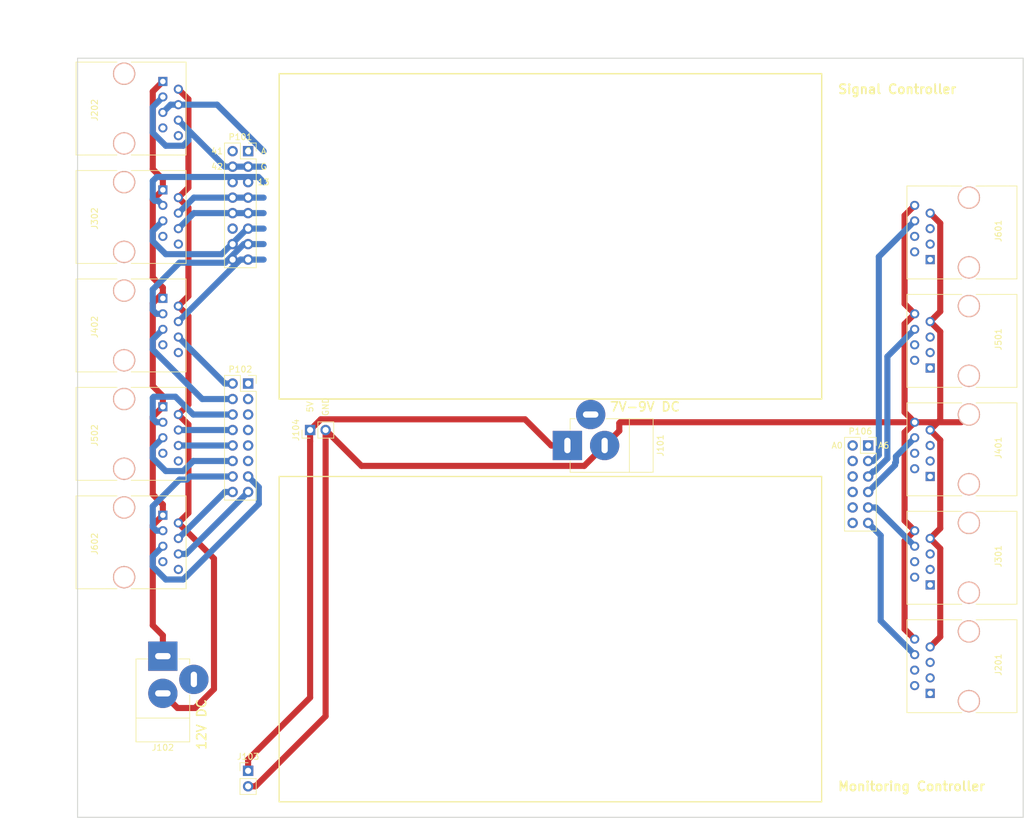
<source format=kicad_pcb>
(kicad_pcb (version 4) (host pcbnew 4.0.7)

  (general
    (links 48)
    (no_connects 5)
    (area 43.104999 20.244999 198.195001 144.855001)
    (thickness 1.6)
    (drawings 20)
    (tracks 199)
    (zones 0)
    (modules 17)
    (nets 29)
  )

  (page A4)
  (layers
    (0 F.Cu signal)
    (31 B.Cu signal)
    (32 B.Adhes user)
    (33 F.Adhes user)
    (34 B.Paste user)
    (35 F.Paste user)
    (36 B.SilkS user)
    (37 F.SilkS user)
    (38 B.Mask user)
    (39 F.Mask user)
    (40 Dwgs.User user)
    (41 Cmts.User user)
    (42 Eco1.User user)
    (43 Eco2.User user)
    (44 Edge.Cuts user)
    (45 Margin user)
    (46 B.CrtYd user)
    (47 F.CrtYd user)
    (48 B.Fab user)
    (49 F.Fab user)
  )

  (setup
    (last_trace_width 1)
    (trace_clearance 0.4)
    (zone_clearance 0.508)
    (zone_45_only no)
    (trace_min 0.2)
    (segment_width 0.2)
    (edge_width 0.15)
    (via_size 1.5)
    (via_drill 0.8)
    (via_min_size 0.4)
    (via_min_drill 0.3)
    (uvia_size 0.3)
    (uvia_drill 0.1)
    (uvias_allowed no)
    (uvia_min_size 0.2)
    (uvia_min_drill 0.1)
    (pcb_text_width 0.3)
    (pcb_text_size 1.5 1.5)
    (mod_edge_width 0.15)
    (mod_text_size 1 1)
    (mod_text_width 0.15)
    (pad_size 1.524 1.524)
    (pad_drill 0.762)
    (pad_to_mask_clearance 0.2)
    (aux_axis_origin 0 0)
    (visible_elements 7FFFEFFF)
    (pcbplotparams
      (layerselection 0x00030_80000001)
      (usegerberextensions false)
      (excludeedgelayer true)
      (linewidth 0.100000)
      (plotframeref false)
      (viasonmask false)
      (mode 1)
      (useauxorigin false)
      (hpglpennumber 1)
      (hpglpenspeed 20)
      (hpglpendiameter 15)
      (hpglpenoverlay 2)
      (psnegative false)
      (psa4output false)
      (plotreference true)
      (plotvalue true)
      (plotinvisibletext false)
      (padsonsilk false)
      (subtractmaskfromsilk false)
      (outputformat 1)
      (mirror false)
      (drillshape 1)
      (scaleselection 1)
      (outputdirectory ""))
  )

  (net 0 "")
  (net 1 ARD_TEMP_HB)
  (net 2 ARD_PWM_1)
  (net 3 ARD_PWM_3)
  (net 4 ARD_PWM_2)
  (net 5 ARD_PWM_4)
  (net 6 ARD_TEMP_A)
  (net 7 ARD_5V)
  (net 8 ARD_GND)
  (net 9 DC_IN)
  (net 10 DC_GND)
  (net 11 ARD_PWM_5)
  (net 12 ARD_PWM_6)
  (net 13 ARD_PWM_7)
  (net 14 ARD_PWM_8)
  (net 15 ARD_HBRIDGE_A)
  (net 16 ARD_HBRIDGE_B)
  (net 17 ARD_PWM_9)
  (net 18 ARD_PWM_10)
  (net 19 ARD_PWM_11)
  (net 20 ARD_PWM_12)
  (net 21 ARD_PWM_13)
  (net 22 ARD_PWM_14)
  (net 23 ARD_PWM_15)
  (net 24 ARD_PWM_16)
  (net 25 "Net-(J101-Pad1)")
  (net 26 ARD_TEMP_D)
  (net 27 ARD_TEMP_C)
  (net 28 ARD_TEMP_B)

  (net_class Default "This is the default net class."
    (clearance 0.4)
    (trace_width 1)
    (via_dia 1.5)
    (via_drill 0.8)
    (uvia_dia 0.3)
    (uvia_drill 0.1)
    (add_net ARD_5V)
    (add_net ARD_GND)
    (add_net ARD_HBRIDGE_A)
    (add_net ARD_HBRIDGE_B)
    (add_net ARD_PWM_1)
    (add_net ARD_PWM_10)
    (add_net ARD_PWM_11)
    (add_net ARD_PWM_12)
    (add_net ARD_PWM_13)
    (add_net ARD_PWM_14)
    (add_net ARD_PWM_15)
    (add_net ARD_PWM_16)
    (add_net ARD_PWM_2)
    (add_net ARD_PWM_3)
    (add_net ARD_PWM_4)
    (add_net ARD_PWM_5)
    (add_net ARD_PWM_6)
    (add_net ARD_PWM_7)
    (add_net ARD_PWM_8)
    (add_net ARD_PWM_9)
    (add_net ARD_TEMP_A)
    (add_net ARD_TEMP_B)
    (add_net ARD_TEMP_C)
    (add_net ARD_TEMP_D)
    (add_net ARD_TEMP_HB)
    (add_net DC_GND)
    (add_net DC_IN)
    (add_net "Net-(J101-Pad1)")
  )

  (module Connectors:JACK_ALIM (layer F.Cu) (tedit 5A2FD67E) (tstamp 5A300BFA)
    (at 123.44 83.82 180)
    (descr "module 1 pin (ou trou mecanique de percage)")
    (tags "CONN JACK")
    (path /5A3106C2)
    (fp_text reference J101 (at -15.24 0 270) (layer F.SilkS)
      (effects (font (size 1 1) (thickness 0.15)))
    )
    (fp_text value "7V-9V DC" (at -12.7 6.35 180) (layer F.SilkS)
      (effects (font (size 1.5 1.5) (thickness 0.25)))
    )
    (fp_line (start -10.15 -4.4) (end -10.15 4.4) (layer F.SilkS) (width 0.12))
    (fp_line (start -6.35 4.4) (end -14.05 4.4) (layer F.SilkS) (width 0.12))
    (fp_line (start -14.05 4.4) (end -14.05 -4.4) (layer F.SilkS) (width 0.12))
    (fp_line (start -14.05 -4.4) (end -13.85 -4.4) (layer F.SilkS) (width 0.12))
    (fp_line (start -0.45 2.55) (end -0.45 4.4) (layer F.SilkS) (width 0.12))
    (fp_line (start -0.45 4.4) (end -1.3 4.4) (layer F.SilkS) (width 0.12))
    (fp_line (start -13.95 -4.4) (end -0.45 -4.4) (layer F.SilkS) (width 0.12))
    (fp_line (start -0.45 -4.4) (end -0.45 -2.55) (layer F.SilkS) (width 0.12))
    (fp_line (start -13.21 -4.32) (end -13.97 -4.32) (layer F.Fab) (width 0.1))
    (fp_line (start -13.97 -4.32) (end -13.97 4.32) (layer F.Fab) (width 0.1))
    (fp_line (start -13.97 4.32) (end -13.21 4.32) (layer F.Fab) (width 0.1))
    (fp_line (start -10.16 -4.32) (end -10.16 4.32) (layer F.Fab) (width 0.1))
    (fp_line (start -0.51 -4.32) (end -0.51 4.32) (layer F.Fab) (width 0.1))
    (fp_line (start -13.21 4.32) (end -0.51 4.32) (layer F.Fab) (width 0.1))
    (fp_line (start -13.21 -4.32) (end -0.51 -4.32) (layer F.Fab) (width 0.1))
    (fp_line (start -14.22 -4.57) (end 2.65 -4.57) (layer F.CrtYd) (width 0.05))
    (fp_line (start -14.22 -4.57) (end -14.22 7.73) (layer F.CrtYd) (width 0.05))
    (fp_line (start 2.65 7.73) (end 2.65 -4.57) (layer F.CrtYd) (width 0.05))
    (fp_line (start 2.65 7.73) (end -14.22 7.73) (layer F.CrtYd) (width 0.05))
    (pad 2 thru_hole circle (at -6.1 0 180) (size 4.8 4.8) (drill oval 1.02 2.54) (layers *.Cu *.Mask)
      (net 8 ARD_GND))
    (pad 1 thru_hole rect (at 0 0 180) (size 4.8 4.8) (drill oval 1.02 2.54) (layers *.Cu *.Mask)
      (net 25 "Net-(J101-Pad1)"))
    (pad 3 thru_hole circle (at -3.81 5.08 180) (size 4.8 4.8) (drill oval 2.54 1.02) (layers *.Cu *.Mask))
    (model ${KISYS3DMOD}/Connectors.3dshapes/JACK_ALIM.wrl
      (at (xyz -0.24 0 0))
      (scale (xyz 0.8 0.8 0.8))
      (rotate (xyz 0 0 0))
    )
  )

  (module Connectors:JACK_ALIM (layer F.Cu) (tedit 5A2FD66C) (tstamp 5A300C2C)
    (at 57.15 118.36 90)
    (descr "module 1 pin (ou trou mecanique de percage)")
    (tags "CONN JACK")
    (path /5A3109C7)
    (fp_text reference J102 (at -14.99 0 180) (layer F.SilkS)
      (effects (font (size 1 1) (thickness 0.15)))
    )
    (fp_text value "12V DC" (at -11.18 6.35 90) (layer F.SilkS)
      (effects (font (size 1.5 1.5) (thickness 0.25)))
    )
    (fp_line (start -10.15 -4.4) (end -10.15 4.4) (layer F.SilkS) (width 0.12))
    (fp_line (start -6.35 4.4) (end -14.05 4.4) (layer F.SilkS) (width 0.12))
    (fp_line (start -14.05 4.4) (end -14.05 -4.4) (layer F.SilkS) (width 0.12))
    (fp_line (start -14.05 -4.4) (end -13.85 -4.4) (layer F.SilkS) (width 0.12))
    (fp_line (start -0.45 2.55) (end -0.45 4.4) (layer F.SilkS) (width 0.12))
    (fp_line (start -0.45 4.4) (end -1.3 4.4) (layer F.SilkS) (width 0.12))
    (fp_line (start -13.95 -4.4) (end -0.45 -4.4) (layer F.SilkS) (width 0.12))
    (fp_line (start -0.45 -4.4) (end -0.45 -2.55) (layer F.SilkS) (width 0.12))
    (fp_line (start -13.21 -4.32) (end -13.97 -4.32) (layer F.Fab) (width 0.1))
    (fp_line (start -13.97 -4.32) (end -13.97 4.32) (layer F.Fab) (width 0.1))
    (fp_line (start -13.97 4.32) (end -13.21 4.32) (layer F.Fab) (width 0.1))
    (fp_line (start -10.16 -4.32) (end -10.16 4.32) (layer F.Fab) (width 0.1))
    (fp_line (start -0.51 -4.32) (end -0.51 4.32) (layer F.Fab) (width 0.1))
    (fp_line (start -13.21 4.32) (end -0.51 4.32) (layer F.Fab) (width 0.1))
    (fp_line (start -13.21 -4.32) (end -0.51 -4.32) (layer F.Fab) (width 0.1))
    (fp_line (start -14.22 -4.57) (end 2.65 -4.57) (layer F.CrtYd) (width 0.05))
    (fp_line (start -14.22 -4.57) (end -14.22 7.73) (layer F.CrtYd) (width 0.05))
    (fp_line (start 2.65 7.73) (end 2.65 -4.57) (layer F.CrtYd) (width 0.05))
    (fp_line (start 2.65 7.73) (end -14.22 7.73) (layer F.CrtYd) (width 0.05))
    (pad 2 thru_hole circle (at -6.1 0 90) (size 4.8 4.8) (drill oval 1.02 2.54) (layers *.Cu *.Mask)
      (net 10 DC_GND))
    (pad 1 thru_hole rect (at 0 0 90) (size 4.8 4.8) (drill oval 1.02 2.54) (layers *.Cu *.Mask)
      (net 9 DC_IN))
    (pad 3 thru_hole circle (at -3.81 5.08 90) (size 4.8 4.8) (drill oval 2.54 1.02) (layers *.Cu *.Mask))
    (model ${KISYS3DMOD}/Connectors.3dshapes/JACK_ALIM.wrl
      (at (xyz -0.24 0 0))
      (scale (xyz 0.8 0.8 0.8))
      (rotate (xyz 0 0 0))
    )
  )

  (module PartsLibraries:RJ45 (layer F.Cu) (tedit 59511D7C) (tstamp 5A2EB831)
    (at 182.88 88.9 90)
    (tags RJ45)
    (path /5A2F40AA/5A2E9F01)
    (fp_text reference J401 (at 4.7 11.18 90) (layer F.SilkS)
      (effects (font (size 1 1) (thickness 0.15)))
    )
    (fp_text value RJ45 (at 4.59 6.25 90) (layer F.Fab)
      (effects (font (size 1 1) (thickness 0.15)))
    )
    (fp_line (start -3.17 14.22) (end 12.07 14.22) (layer F.SilkS) (width 0.12))
    (fp_line (start 12.07 -3.81) (end 12.06 5.18) (layer F.SilkS) (width 0.12))
    (fp_line (start 12.07 -3.81) (end -3.17 -3.81) (layer F.SilkS) (width 0.12))
    (fp_line (start -3.17 -3.81) (end -3.17 5.19) (layer F.SilkS) (width 0.12))
    (fp_line (start 12.06 7.52) (end 12.07 14.22) (layer F.SilkS) (width 0.12))
    (fp_line (start -3.17 7.51) (end -3.17 14.22) (layer F.SilkS) (width 0.12))
    (fp_line (start -3.56 -4.06) (end 12.46 -4.06) (layer F.CrtYd) (width 0.05))
    (fp_line (start -3.56 -4.06) (end -3.56 14.47) (layer F.CrtYd) (width 0.05))
    (fp_line (start 12.46 14.47) (end 12.46 -4.06) (layer F.CrtYd) (width 0.05))
    (fp_line (start 12.46 14.47) (end -3.56 14.47) (layer F.CrtYd) (width 0.05))
    (pad "" np_thru_hole circle (at 10.16 6.35 90) (size 3.65 3.65) (drill 3.25) (layers *.Cu *.SilkS *.Mask))
    (pad "" np_thru_hole circle (at -1.27 6.35 90) (size 3.65 3.65) (drill 3.25) (layers *.Cu *.SilkS *.Mask))
    (pad 1 thru_hole rect (at 0 0 90) (size 1.5 1.5) (drill 0.9) (layers *.Cu *.Mask))
    (pad 2 thru_hole circle (at 1.27 -2.54 90) (size 1.5 1.5) (drill 0.9) (layers *.Cu *.Mask))
    (pad 3 thru_hole circle (at 2.54 0 90) (size 1.5 1.5) (drill 0.9) (layers *.Cu *.Mask))
    (pad 4 thru_hole circle (at 3.81 -2.54 90) (size 1.5 1.5) (drill 0.9) (layers *.Cu *.Mask))
    (pad 5 thru_hole circle (at 5.08 0 90) (size 1.5 1.5) (drill 0.9) (layers *.Cu *.Mask))
    (pad 6 thru_hole circle (at 6.35 -2.54 90) (size 1.5 1.5) (drill 0.9) (layers *.Cu *.Mask)
      (net 28 ARD_TEMP_B))
    (pad 7 thru_hole circle (at 7.62 0 90) (size 1.5 1.5) (drill 0.9) (layers *.Cu *.Mask)
      (net 7 ARD_5V))
    (pad 8 thru_hole circle (at 8.89 -2.54 90) (size 1.5 1.5) (drill 0.9) (layers *.Cu *.Mask)
      (net 8 ARD_GND))
    (model ../../../../../../Development/multilevelinverter/Hardware/3D/RJ45.wrl
      (at (xyz 0.175 -0.667 0.3))
      (scale (xyz 10 10 10))
      (rotate (xyz 270 0 0))
    )
  )

  (module Socket_Strips:Socket_Strip_Straight_2x08_Pitch2.54mm (layer F.Cu) (tedit 5A2EC927) (tstamp 5A2EB8CE)
    (at 71.12 35.56)
    (descr "Through hole straight socket strip, 2x08, 2.54mm pitch, double rows")
    (tags "Through hole socket strip THT 2x08 2.54mm double row")
    (path /599F28C2)
    (fp_text reference P101 (at -1.27 -2.33) (layer F.SilkS)
      (effects (font (size 1 1) (thickness 0.15)))
    )
    (fp_text value Digital (at -1.27 20.11) (layer F.Fab)
      (effects (font (size 1 1) (thickness 0.15)))
    )
    (fp_text user 42 (at -5.08 2.54) (layer F.SilkS)
      (effects (font (size 1 1) (thickness 0.15)))
    )
    (fp_text user 41 (at -5.08 0) (layer F.SilkS)
      (effects (font (size 1 1) (thickness 0.15)))
    )
    (fp_text user 13 (at 2.54 5.08) (layer F.SilkS)
      (effects (font (size 1 1) (thickness 0.15)))
    )
    (fp_text user G (at 2.54 2.54) (layer F.SilkS)
      (effects (font (size 1 1) (thickness 0.15)))
    )
    (fp_text user G (at 0 0) (layer F.SilkS)
      (effects (font (size 1 1) (thickness 0.15)))
    )
    (fp_text user A (at 2.54 0) (layer F.SilkS)
      (effects (font (size 1 1) (thickness 0.15)))
    )
    (fp_line (start -3.81 -1.27) (end -3.81 19.05) (layer F.Fab) (width 0.1))
    (fp_line (start -3.81 19.05) (end 1.27 19.05) (layer F.Fab) (width 0.1))
    (fp_line (start 1.27 19.05) (end 1.27 -1.27) (layer F.Fab) (width 0.1))
    (fp_line (start 1.27 -1.27) (end -3.81 -1.27) (layer F.Fab) (width 0.1))
    (fp_line (start 1.33 1.27) (end 1.33 19.11) (layer F.SilkS) (width 0.12))
    (fp_line (start 1.33 19.11) (end -3.87 19.11) (layer F.SilkS) (width 0.12))
    (fp_line (start -3.87 19.11) (end -3.87 -1.33) (layer F.SilkS) (width 0.12))
    (fp_line (start -3.87 -1.33) (end -1.27 -1.33) (layer F.SilkS) (width 0.12))
    (fp_line (start -1.27 -1.33) (end -1.27 1.27) (layer F.SilkS) (width 0.12))
    (fp_line (start -1.27 1.27) (end 1.33 1.27) (layer F.SilkS) (width 0.12))
    (fp_line (start 1.33 0) (end 1.33 -1.33) (layer F.SilkS) (width 0.12))
    (fp_line (start 1.33 -1.33) (end 0.06 -1.33) (layer F.SilkS) (width 0.12))
    (fp_line (start -4.35 -1.8) (end -4.35 19.55) (layer F.CrtYd) (width 0.05))
    (fp_line (start -4.35 19.55) (end 1.8 19.55) (layer F.CrtYd) (width 0.05))
    (fp_line (start 1.8 19.55) (end 1.8 -1.8) (layer F.CrtYd) (width 0.05))
    (fp_line (start 1.8 -1.8) (end -4.35 -1.8) (layer F.CrtYd) (width 0.05))
    (fp_text user %R (at -1.27 -2.33) (layer F.Fab)
      (effects (font (size 1 1) (thickness 0.15)))
    )
    (pad 1 thru_hole rect (at 0 0) (size 1.7 1.7) (drill 1) (layers *.Cu *.Mask))
    (pad 2 thru_hole oval (at -2.54 0) (size 1.7 1.7) (drill 1) (layers *.Cu *.Mask)
      (net 16 ARD_HBRIDGE_B))
    (pad 3 thru_hole oval (at 0 2.54) (size 1.7 1.7) (drill 1) (layers *.Cu *.Mask))
    (pad 4 thru_hole oval (at -2.54 2.54) (size 1.7 1.7) (drill 1) (layers *.Cu *.Mask)
      (net 15 ARD_HBRIDGE_A))
    (pad 5 thru_hole oval (at 0 5.08) (size 1.7 1.7) (drill 1) (layers *.Cu *.Mask))
    (pad 6 thru_hole oval (at -2.54 5.08) (size 1.7 1.7) (drill 1) (layers *.Cu *.Mask)
      (net 2 ARD_PWM_1))
    (pad 7 thru_hole oval (at 0 7.62) (size 1.7 1.7) (drill 1) (layers *.Cu *.Mask))
    (pad 8 thru_hole oval (at -2.54 7.62) (size 1.7 1.7) (drill 1) (layers *.Cu *.Mask)
      (net 4 ARD_PWM_2))
    (pad 9 thru_hole oval (at 0 10.16) (size 1.7 1.7) (drill 1) (layers *.Cu *.Mask))
    (pad 10 thru_hole oval (at -2.54 10.16) (size 1.7 1.7) (drill 1) (layers *.Cu *.Mask)
      (net 5 ARD_PWM_4))
    (pad 11 thru_hole oval (at 0 12.7) (size 1.7 1.7) (drill 1) (layers *.Cu *.Mask))
    (pad 12 thru_hole oval (at -2.54 12.7) (size 1.7 1.7) (drill 1) (layers *.Cu *.Mask)
      (net 3 ARD_PWM_3))
    (pad 13 thru_hole oval (at 0 15.24) (size 1.7 1.7) (drill 1) (layers *.Cu *.Mask))
    (pad 14 thru_hole oval (at -2.54 15.24) (size 1.7 1.7) (drill 1) (layers *.Cu *.Mask)
      (net 11 ARD_PWM_5))
    (pad 15 thru_hole oval (at 0 17.78) (size 1.7 1.7) (drill 1) (layers *.Cu *.Mask))
    (pad 16 thru_hole oval (at -2.54 17.78) (size 1.7 1.7) (drill 1) (layers *.Cu *.Mask)
      (net 12 ARD_PWM_6))
    (model ${KISYS3DMOD}/Socket_Strips.3dshapes/Socket_Strip_Straight_2x08_Pitch2.54mm.wrl
      (at (xyz -0.05 -0.35 0))
      (scale (xyz 1 1 1))
      (rotate (xyz 0 0 270))
    )
  )

  (module Socket_Strips:Socket_Strip_Straight_2x06_Pitch2.54mm (layer F.Cu) (tedit 5A2EC839) (tstamp 5A2EB97F)
    (at 172.72 83.82)
    (descr "Through hole straight socket strip, 2x06, 2.54mm pitch, double rows")
    (tags "Through hole socket strip THT 2x06 2.54mm double row")
    (path /599F771D)
    (fp_text reference P106 (at -1.27 -2.33) (layer F.SilkS)
      (effects (font (size 1 1) (thickness 0.15)))
    )
    (fp_text value Analog (at -1.27 15.03) (layer F.Fab)
      (effects (font (size 1 1) (thickness 0.15)))
    )
    (fp_text user A0 (at -5.08 0) (layer F.SilkS)
      (effects (font (size 1 1) (thickness 0.15)))
    )
    (fp_text user A6 (at 2.54 0) (layer F.SilkS)
      (effects (font (size 1 1) (thickness 0.15)))
    )
    (fp_line (start -3.81 -1.27) (end -3.81 13.97) (layer F.Fab) (width 0.1))
    (fp_line (start -3.81 13.97) (end 1.27 13.97) (layer F.Fab) (width 0.1))
    (fp_line (start 1.27 13.97) (end 1.27 -1.27) (layer F.Fab) (width 0.1))
    (fp_line (start 1.27 -1.27) (end -3.81 -1.27) (layer F.Fab) (width 0.1))
    (fp_line (start 1.33 1.27) (end 1.33 14.03) (layer F.SilkS) (width 0.12))
    (fp_line (start 1.33 14.03) (end -3.87 14.03) (layer F.SilkS) (width 0.12))
    (fp_line (start -3.87 14.03) (end -3.87 -1.33) (layer F.SilkS) (width 0.12))
    (fp_line (start -3.87 -1.33) (end -1.27 -1.33) (layer F.SilkS) (width 0.12))
    (fp_line (start -1.27 -1.33) (end -1.27 1.27) (layer F.SilkS) (width 0.12))
    (fp_line (start -1.27 1.27) (end 1.33 1.27) (layer F.SilkS) (width 0.12))
    (fp_line (start 1.33 0) (end 1.33 -1.33) (layer F.SilkS) (width 0.12))
    (fp_line (start 1.33 -1.33) (end 0.06 -1.33) (layer F.SilkS) (width 0.12))
    (fp_line (start -4.35 -1.8) (end -4.35 14.5) (layer F.CrtYd) (width 0.05))
    (fp_line (start -4.35 14.5) (end 1.8 14.5) (layer F.CrtYd) (width 0.05))
    (fp_line (start 1.8 14.5) (end 1.8 -1.8) (layer F.CrtYd) (width 0.05))
    (fp_line (start 1.8 -1.8) (end -4.35 -1.8) (layer F.CrtYd) (width 0.05))
    (fp_text user %R (at -1.27 -2.33) (layer F.Fab)
      (effects (font (size 1 1) (thickness 0.15)))
    )
    (pad 1 thru_hole rect (at 0 0) (size 1.7 1.7) (drill 1) (layers *.Cu *.Mask))
    (pad 2 thru_hole oval (at -2.54 0) (size 1.7 1.7) (drill 1) (layers *.Cu *.Mask))
    (pad 3 thru_hole oval (at 0 2.54) (size 1.7 1.7) (drill 1) (layers *.Cu *.Mask)
      (net 26 ARD_TEMP_D))
    (pad 4 thru_hole oval (at -2.54 2.54) (size 1.7 1.7) (drill 1) (layers *.Cu *.Mask))
    (pad 5 thru_hole oval (at 0 5.08) (size 1.7 1.7) (drill 1) (layers *.Cu *.Mask)
      (net 27 ARD_TEMP_C))
    (pad 6 thru_hole oval (at -2.54 5.08) (size 1.7 1.7) (drill 1) (layers *.Cu *.Mask))
    (pad 7 thru_hole oval (at 0 7.62) (size 1.7 1.7) (drill 1) (layers *.Cu *.Mask)
      (net 28 ARD_TEMP_B))
    (pad 8 thru_hole oval (at -2.54 7.62) (size 1.7 1.7) (drill 1) (layers *.Cu *.Mask))
    (pad 9 thru_hole oval (at 0 10.16) (size 1.7 1.7) (drill 1) (layers *.Cu *.Mask)
      (net 6 ARD_TEMP_A))
    (pad 10 thru_hole oval (at -2.54 10.16) (size 1.7 1.7) (drill 1) (layers *.Cu *.Mask))
    (pad 11 thru_hole oval (at 0 12.7) (size 1.7 1.7) (drill 1) (layers *.Cu *.Mask)
      (net 1 ARD_TEMP_HB))
    (pad 12 thru_hole oval (at -2.54 12.7) (size 1.7 1.7) (drill 1) (layers *.Cu *.Mask))
    (model ${KISYS3DMOD}/Socket_Strips.3dshapes/Socket_Strip_Straight_2x06_Pitch2.54mm.wrl
      (at (xyz -0.05 -0.25 0))
      (scale (xyz 1 1 1))
      (rotate (xyz 0 0 270))
    )
  )

  (module Socket_Strips:Socket_Strip_Straight_1x02_Pitch2.54mm (layer F.Cu) (tedit 5A2EC674) (tstamp 5A2EC676)
    (at 81.28 81.28 90)
    (descr "Through hole straight socket strip, 1x02, 2.54mm pitch, single row")
    (tags "Through hole socket strip THT 1x02 2.54mm single row")
    (path /599F9F17)
    (fp_text reference J104 (at 0 -2.33 90) (layer F.SilkS)
      (effects (font (size 1 1) (thickness 0.15)))
    )
    (fp_text value ARD_MONITOR (at 0 4.87 90) (layer F.Fab)
      (effects (font (size 1 1) (thickness 0.15)))
    )
    (fp_text user 5V (at 3.81 0 90) (layer F.SilkS)
      (effects (font (size 1 1) (thickness 0.15)))
    )
    (fp_text user GND (at 3.81 2.54 90) (layer F.SilkS)
      (effects (font (size 1 1) (thickness 0.15)))
    )
    (fp_line (start -1.27 -1.27) (end -1.27 3.81) (layer F.Fab) (width 0.1))
    (fp_line (start -1.27 3.81) (end 1.27 3.81) (layer F.Fab) (width 0.1))
    (fp_line (start 1.27 3.81) (end 1.27 -1.27) (layer F.Fab) (width 0.1))
    (fp_line (start 1.27 -1.27) (end -1.27 -1.27) (layer F.Fab) (width 0.1))
    (fp_line (start -1.33 1.27) (end -1.33 3.87) (layer F.SilkS) (width 0.12))
    (fp_line (start -1.33 3.87) (end 1.33 3.87) (layer F.SilkS) (width 0.12))
    (fp_line (start 1.33 3.87) (end 1.33 1.27) (layer F.SilkS) (width 0.12))
    (fp_line (start 1.33 1.27) (end -1.33 1.27) (layer F.SilkS) (width 0.12))
    (fp_line (start -1.33 0) (end -1.33 -1.33) (layer F.SilkS) (width 0.12))
    (fp_line (start -1.33 -1.33) (end 0 -1.33) (layer F.SilkS) (width 0.12))
    (fp_line (start -1.8 -1.8) (end -1.8 4.35) (layer F.CrtYd) (width 0.05))
    (fp_line (start -1.8 4.35) (end 1.8 4.35) (layer F.CrtYd) (width 0.05))
    (fp_line (start 1.8 4.35) (end 1.8 -1.8) (layer F.CrtYd) (width 0.05))
    (fp_line (start 1.8 -1.8) (end -1.8 -1.8) (layer F.CrtYd) (width 0.05))
    (fp_text user %R (at 0 -2.33 90) (layer F.Fab)
      (effects (font (size 1 1) (thickness 0.15)))
    )
    (pad 1 thru_hole rect (at 0 0 90) (size 1.7 1.7) (drill 1) (layers *.Cu *.Mask)
      (net 25 "Net-(J101-Pad1)"))
    (pad 2 thru_hole oval (at 0 2.54 90) (size 1.7 1.7) (drill 1) (layers *.Cu *.Mask)
      (net 8 ARD_GND))
    (model ${KISYS3DMOD}/Socket_Strips.3dshapes/Socket_Strip_Straight_1x02_Pitch2.54mm.wrl
      (at (xyz 0 -0.05 0))
      (scale (xyz 1 1 1))
      (rotate (xyz 0 0 270))
    )
  )

  (module PartsLibraries:RJ45 (layer F.Cu) (tedit 59511D7C) (tstamp 5A2EB7D1)
    (at 182.88 124.46 90)
    (tags RJ45)
    (path /5A2F1991/5A2E9F01)
    (fp_text reference J201 (at 4.7 11.18 90) (layer F.SilkS)
      (effects (font (size 1 1) (thickness 0.15)))
    )
    (fp_text value RJ45 (at 4.59 6.25 90) (layer F.Fab)
      (effects (font (size 1 1) (thickness 0.15)))
    )
    (fp_line (start -3.17 14.22) (end 12.07 14.22) (layer F.SilkS) (width 0.12))
    (fp_line (start 12.07 -3.81) (end 12.06 5.18) (layer F.SilkS) (width 0.12))
    (fp_line (start 12.07 -3.81) (end -3.17 -3.81) (layer F.SilkS) (width 0.12))
    (fp_line (start -3.17 -3.81) (end -3.17 5.19) (layer F.SilkS) (width 0.12))
    (fp_line (start 12.06 7.52) (end 12.07 14.22) (layer F.SilkS) (width 0.12))
    (fp_line (start -3.17 7.51) (end -3.17 14.22) (layer F.SilkS) (width 0.12))
    (fp_line (start -3.56 -4.06) (end 12.46 -4.06) (layer F.CrtYd) (width 0.05))
    (fp_line (start -3.56 -4.06) (end -3.56 14.47) (layer F.CrtYd) (width 0.05))
    (fp_line (start 12.46 14.47) (end 12.46 -4.06) (layer F.CrtYd) (width 0.05))
    (fp_line (start 12.46 14.47) (end -3.56 14.47) (layer F.CrtYd) (width 0.05))
    (pad "" np_thru_hole circle (at 10.16 6.35 90) (size 3.65 3.65) (drill 3.25) (layers *.Cu *.SilkS *.Mask))
    (pad "" np_thru_hole circle (at -1.27 6.35 90) (size 3.65 3.65) (drill 3.25) (layers *.Cu *.SilkS *.Mask))
    (pad 1 thru_hole rect (at 0 0 90) (size 1.5 1.5) (drill 0.9) (layers *.Cu *.Mask))
    (pad 2 thru_hole circle (at 1.27 -2.54 90) (size 1.5 1.5) (drill 0.9) (layers *.Cu *.Mask))
    (pad 3 thru_hole circle (at 2.54 0 90) (size 1.5 1.5) (drill 0.9) (layers *.Cu *.Mask))
    (pad 4 thru_hole circle (at 3.81 -2.54 90) (size 1.5 1.5) (drill 0.9) (layers *.Cu *.Mask))
    (pad 5 thru_hole circle (at 5.08 0 90) (size 1.5 1.5) (drill 0.9) (layers *.Cu *.Mask))
    (pad 6 thru_hole circle (at 6.35 -2.54 90) (size 1.5 1.5) (drill 0.9) (layers *.Cu *.Mask)
      (net 1 ARD_TEMP_HB))
    (pad 7 thru_hole circle (at 7.62 0 90) (size 1.5 1.5) (drill 0.9) (layers *.Cu *.Mask)
      (net 7 ARD_5V))
    (pad 8 thru_hole circle (at 8.89 -2.54 90) (size 1.5 1.5) (drill 0.9) (layers *.Cu *.Mask)
      (net 8 ARD_GND))
    (model ../../../../../../Development/multilevelinverter/Hardware/3D/RJ45.wrl
      (at (xyz 0.175 -0.667 0.3))
      (scale (xyz 10 10 10))
      (rotate (xyz 270 0 0))
    )
  )

  (module PartsLibraries:RJ45 (layer F.Cu) (tedit 59511D7C) (tstamp 5A2EB7E9)
    (at 57.15 24.13 270)
    (tags RJ45)
    (path /5A2F1991/5A2E9F0E)
    (fp_text reference J202 (at 4.7 11.18 270) (layer F.SilkS)
      (effects (font (size 1 1) (thickness 0.15)))
    )
    (fp_text value RJ45 (at 4.59 6.25 270) (layer F.Fab)
      (effects (font (size 1 1) (thickness 0.15)))
    )
    (fp_line (start -3.17 14.22) (end 12.07 14.22) (layer F.SilkS) (width 0.12))
    (fp_line (start 12.07 -3.81) (end 12.06 5.18) (layer F.SilkS) (width 0.12))
    (fp_line (start 12.07 -3.81) (end -3.17 -3.81) (layer F.SilkS) (width 0.12))
    (fp_line (start -3.17 -3.81) (end -3.17 5.19) (layer F.SilkS) (width 0.12))
    (fp_line (start 12.06 7.52) (end 12.07 14.22) (layer F.SilkS) (width 0.12))
    (fp_line (start -3.17 7.51) (end -3.17 14.22) (layer F.SilkS) (width 0.12))
    (fp_line (start -3.56 -4.06) (end 12.46 -4.06) (layer F.CrtYd) (width 0.05))
    (fp_line (start -3.56 -4.06) (end -3.56 14.47) (layer F.CrtYd) (width 0.05))
    (fp_line (start 12.46 14.47) (end 12.46 -4.06) (layer F.CrtYd) (width 0.05))
    (fp_line (start 12.46 14.47) (end -3.56 14.47) (layer F.CrtYd) (width 0.05))
    (pad "" np_thru_hole circle (at 10.16 6.35 270) (size 3.65 3.65) (drill 3.25) (layers *.Cu *.SilkS *.Mask))
    (pad "" np_thru_hole circle (at -1.27 6.35 270) (size 3.65 3.65) (drill 3.25) (layers *.Cu *.SilkS *.Mask))
    (pad 1 thru_hole rect (at 0 0 270) (size 1.5 1.5) (drill 0.9) (layers *.Cu *.Mask)
      (net 9 DC_IN))
    (pad 2 thru_hole circle (at 1.27 -2.54 270) (size 1.5 1.5) (drill 0.9) (layers *.Cu *.Mask)
      (net 10 DC_GND))
    (pad 3 thru_hole circle (at 2.54 0 270) (size 1.5 1.5) (drill 0.9) (layers *.Cu *.Mask)
      (net 15 ARD_HBRIDGE_A))
    (pad 4 thru_hole circle (at 3.81 -2.54 270) (size 1.5 1.5) (drill 0.9) (layers *.Cu *.Mask)
      (net 16 ARD_HBRIDGE_B))
    (pad 5 thru_hole circle (at 5.08 0 270) (size 1.5 1.5) (drill 0.9) (layers *.Cu *.Mask)
      (net 16 ARD_HBRIDGE_B))
    (pad 6 thru_hole circle (at 6.35 -2.54 270) (size 1.5 1.5) (drill 0.9) (layers *.Cu *.Mask)
      (net 15 ARD_HBRIDGE_A))
    (pad 7 thru_hole circle (at 7.62 0 270) (size 1.5 1.5) (drill 0.9) (layers *.Cu *.Mask))
    (pad 8 thru_hole circle (at 8.89 -2.54 270) (size 1.5 1.5) (drill 0.9) (layers *.Cu *.Mask))
    (model ../../../../../../Development/multilevelinverter/Hardware/3D/RJ45.wrl
      (at (xyz 0.175 -0.667 0.3))
      (scale (xyz 10 10 10))
      (rotate (xyz 270 0 0))
    )
  )

  (module PartsLibraries:RJ45 (layer F.Cu) (tedit 59511D7C) (tstamp 5A2EB801)
    (at 182.88 106.68 90)
    (tags RJ45)
    (path /5A2F08D5/5A2E9F01)
    (fp_text reference J301 (at 4.7 11.18 90) (layer F.SilkS)
      (effects (font (size 1 1) (thickness 0.15)))
    )
    (fp_text value RJ45 (at 4.59 6.25 90) (layer F.Fab)
      (effects (font (size 1 1) (thickness 0.15)))
    )
    (fp_line (start -3.17 14.22) (end 12.07 14.22) (layer F.SilkS) (width 0.12))
    (fp_line (start 12.07 -3.81) (end 12.06 5.18) (layer F.SilkS) (width 0.12))
    (fp_line (start 12.07 -3.81) (end -3.17 -3.81) (layer F.SilkS) (width 0.12))
    (fp_line (start -3.17 -3.81) (end -3.17 5.19) (layer F.SilkS) (width 0.12))
    (fp_line (start 12.06 7.52) (end 12.07 14.22) (layer F.SilkS) (width 0.12))
    (fp_line (start -3.17 7.51) (end -3.17 14.22) (layer F.SilkS) (width 0.12))
    (fp_line (start -3.56 -4.06) (end 12.46 -4.06) (layer F.CrtYd) (width 0.05))
    (fp_line (start -3.56 -4.06) (end -3.56 14.47) (layer F.CrtYd) (width 0.05))
    (fp_line (start 12.46 14.47) (end 12.46 -4.06) (layer F.CrtYd) (width 0.05))
    (fp_line (start 12.46 14.47) (end -3.56 14.47) (layer F.CrtYd) (width 0.05))
    (pad "" np_thru_hole circle (at 10.16 6.35 90) (size 3.65 3.65) (drill 3.25) (layers *.Cu *.SilkS *.Mask))
    (pad "" np_thru_hole circle (at -1.27 6.35 90) (size 3.65 3.65) (drill 3.25) (layers *.Cu *.SilkS *.Mask))
    (pad 1 thru_hole rect (at 0 0 90) (size 1.5 1.5) (drill 0.9) (layers *.Cu *.Mask))
    (pad 2 thru_hole circle (at 1.27 -2.54 90) (size 1.5 1.5) (drill 0.9) (layers *.Cu *.Mask))
    (pad 3 thru_hole circle (at 2.54 0 90) (size 1.5 1.5) (drill 0.9) (layers *.Cu *.Mask))
    (pad 4 thru_hole circle (at 3.81 -2.54 90) (size 1.5 1.5) (drill 0.9) (layers *.Cu *.Mask))
    (pad 5 thru_hole circle (at 5.08 0 90) (size 1.5 1.5) (drill 0.9) (layers *.Cu *.Mask))
    (pad 6 thru_hole circle (at 6.35 -2.54 90) (size 1.5 1.5) (drill 0.9) (layers *.Cu *.Mask)
      (net 6 ARD_TEMP_A))
    (pad 7 thru_hole circle (at 7.62 0 90) (size 1.5 1.5) (drill 0.9) (layers *.Cu *.Mask)
      (net 7 ARD_5V))
    (pad 8 thru_hole circle (at 8.89 -2.54 90) (size 1.5 1.5) (drill 0.9) (layers *.Cu *.Mask)
      (net 8 ARD_GND))
    (model ../../../../../../Development/multilevelinverter/Hardware/3D/RJ45.wrl
      (at (xyz 0.175 -0.667 0.3))
      (scale (xyz 10 10 10))
      (rotate (xyz 270 0 0))
    )
  )

  (module PartsLibraries:RJ45 (layer F.Cu) (tedit 59511D7C) (tstamp 5A2EB819)
    (at 57.15 41.91 270)
    (tags RJ45)
    (path /5A2F08D5/5A2E9F0E)
    (fp_text reference J302 (at 4.7 11.18 270) (layer F.SilkS)
      (effects (font (size 1 1) (thickness 0.15)))
    )
    (fp_text value RJ45 (at 4.59 6.25 270) (layer F.Fab)
      (effects (font (size 1 1) (thickness 0.15)))
    )
    (fp_line (start -3.17 14.22) (end 12.07 14.22) (layer F.SilkS) (width 0.12))
    (fp_line (start 12.07 -3.81) (end 12.06 5.18) (layer F.SilkS) (width 0.12))
    (fp_line (start 12.07 -3.81) (end -3.17 -3.81) (layer F.SilkS) (width 0.12))
    (fp_line (start -3.17 -3.81) (end -3.17 5.19) (layer F.SilkS) (width 0.12))
    (fp_line (start 12.06 7.52) (end 12.07 14.22) (layer F.SilkS) (width 0.12))
    (fp_line (start -3.17 7.51) (end -3.17 14.22) (layer F.SilkS) (width 0.12))
    (fp_line (start -3.56 -4.06) (end 12.46 -4.06) (layer F.CrtYd) (width 0.05))
    (fp_line (start -3.56 -4.06) (end -3.56 14.47) (layer F.CrtYd) (width 0.05))
    (fp_line (start 12.46 14.47) (end 12.46 -4.06) (layer F.CrtYd) (width 0.05))
    (fp_line (start 12.46 14.47) (end -3.56 14.47) (layer F.CrtYd) (width 0.05))
    (pad "" np_thru_hole circle (at 10.16 6.35 270) (size 3.65 3.65) (drill 3.25) (layers *.Cu *.SilkS *.Mask))
    (pad "" np_thru_hole circle (at -1.27 6.35 270) (size 3.65 3.65) (drill 3.25) (layers *.Cu *.SilkS *.Mask))
    (pad 1 thru_hole rect (at 0 0 270) (size 1.5 1.5) (drill 0.9) (layers *.Cu *.Mask)
      (net 9 DC_IN))
    (pad 2 thru_hole circle (at 1.27 -2.54 270) (size 1.5 1.5) (drill 0.9) (layers *.Cu *.Mask)
      (net 10 DC_GND))
    (pad 3 thru_hole circle (at 2.54 0 270) (size 1.5 1.5) (drill 0.9) (layers *.Cu *.Mask)
      (net 2 ARD_PWM_1))
    (pad 4 thru_hole circle (at 3.81 -2.54 270) (size 1.5 1.5) (drill 0.9) (layers *.Cu *.Mask)
      (net 4 ARD_PWM_2))
    (pad 5 thru_hole circle (at 5.08 0 270) (size 1.5 1.5) (drill 0.9) (layers *.Cu *.Mask)
      (net 3 ARD_PWM_3))
    (pad 6 thru_hole circle (at 6.35 -2.54 270) (size 1.5 1.5) (drill 0.9) (layers *.Cu *.Mask)
      (net 5 ARD_PWM_4))
    (pad 7 thru_hole circle (at 7.62 0 270) (size 1.5 1.5) (drill 0.9) (layers *.Cu *.Mask))
    (pad 8 thru_hole circle (at 8.89 -2.54 270) (size 1.5 1.5) (drill 0.9) (layers *.Cu *.Mask))
    (model ../../../../../../Development/multilevelinverter/Hardware/3D/RJ45.wrl
      (at (xyz 0.175 -0.667 0.3))
      (scale (xyz 10 10 10))
      (rotate (xyz 270 0 0))
    )
  )

  (module PartsLibraries:RJ45 (layer F.Cu) (tedit 59511D7C) (tstamp 5A2EB849)
    (at 57.15 59.69 270)
    (tags RJ45)
    (path /5A2F40AA/5A2E9F0E)
    (fp_text reference J402 (at 4.7 11.18 270) (layer F.SilkS)
      (effects (font (size 1 1) (thickness 0.15)))
    )
    (fp_text value RJ45 (at 4.59 6.25 270) (layer F.Fab)
      (effects (font (size 1 1) (thickness 0.15)))
    )
    (fp_line (start -3.17 14.22) (end 12.07 14.22) (layer F.SilkS) (width 0.12))
    (fp_line (start 12.07 -3.81) (end 12.06 5.18) (layer F.SilkS) (width 0.12))
    (fp_line (start 12.07 -3.81) (end -3.17 -3.81) (layer F.SilkS) (width 0.12))
    (fp_line (start -3.17 -3.81) (end -3.17 5.19) (layer F.SilkS) (width 0.12))
    (fp_line (start 12.06 7.52) (end 12.07 14.22) (layer F.SilkS) (width 0.12))
    (fp_line (start -3.17 7.51) (end -3.17 14.22) (layer F.SilkS) (width 0.12))
    (fp_line (start -3.56 -4.06) (end 12.46 -4.06) (layer F.CrtYd) (width 0.05))
    (fp_line (start -3.56 -4.06) (end -3.56 14.47) (layer F.CrtYd) (width 0.05))
    (fp_line (start 12.46 14.47) (end 12.46 -4.06) (layer F.CrtYd) (width 0.05))
    (fp_line (start 12.46 14.47) (end -3.56 14.47) (layer F.CrtYd) (width 0.05))
    (pad "" np_thru_hole circle (at 10.16 6.35 270) (size 3.65 3.65) (drill 3.25) (layers *.Cu *.SilkS *.Mask))
    (pad "" np_thru_hole circle (at -1.27 6.35 270) (size 3.65 3.65) (drill 3.25) (layers *.Cu *.SilkS *.Mask))
    (pad 1 thru_hole rect (at 0 0 270) (size 1.5 1.5) (drill 0.9) (layers *.Cu *.Mask)
      (net 9 DC_IN))
    (pad 2 thru_hole circle (at 1.27 -2.54 270) (size 1.5 1.5) (drill 0.9) (layers *.Cu *.Mask)
      (net 10 DC_GND))
    (pad 3 thru_hole circle (at 2.54 0 270) (size 1.5 1.5) (drill 0.9) (layers *.Cu *.Mask)
      (net 11 ARD_PWM_5))
    (pad 4 thru_hole circle (at 3.81 -2.54 270) (size 1.5 1.5) (drill 0.9) (layers *.Cu *.Mask)
      (net 12 ARD_PWM_6))
    (pad 5 thru_hole circle (at 5.08 0 270) (size 1.5 1.5) (drill 0.9) (layers *.Cu *.Mask)
      (net 13 ARD_PWM_7))
    (pad 6 thru_hole circle (at 6.35 -2.54 270) (size 1.5 1.5) (drill 0.9) (layers *.Cu *.Mask)
      (net 14 ARD_PWM_8))
    (pad 7 thru_hole circle (at 7.62 0 270) (size 1.5 1.5) (drill 0.9) (layers *.Cu *.Mask))
    (pad 8 thru_hole circle (at 8.89 -2.54 270) (size 1.5 1.5) (drill 0.9) (layers *.Cu *.Mask))
    (model ../../../../../../Development/multilevelinverter/Hardware/3D/RJ45.wrl
      (at (xyz 0.175 -0.667 0.3))
      (scale (xyz 10 10 10))
      (rotate (xyz 270 0 0))
    )
  )

  (module PartsLibraries:RJ45 (layer F.Cu) (tedit 59511D7C) (tstamp 5A2EB861)
    (at 182.88 71.12 90)
    (tags RJ45)
    (path /5A2F0F54/5A2E9F01)
    (fp_text reference J501 (at 4.7 11.18 90) (layer F.SilkS)
      (effects (font (size 1 1) (thickness 0.15)))
    )
    (fp_text value RJ45 (at 4.59 6.25 90) (layer F.Fab)
      (effects (font (size 1 1) (thickness 0.15)))
    )
    (fp_line (start -3.17 14.22) (end 12.07 14.22) (layer F.SilkS) (width 0.12))
    (fp_line (start 12.07 -3.81) (end 12.06 5.18) (layer F.SilkS) (width 0.12))
    (fp_line (start 12.07 -3.81) (end -3.17 -3.81) (layer F.SilkS) (width 0.12))
    (fp_line (start -3.17 -3.81) (end -3.17 5.19) (layer F.SilkS) (width 0.12))
    (fp_line (start 12.06 7.52) (end 12.07 14.22) (layer F.SilkS) (width 0.12))
    (fp_line (start -3.17 7.51) (end -3.17 14.22) (layer F.SilkS) (width 0.12))
    (fp_line (start -3.56 -4.06) (end 12.46 -4.06) (layer F.CrtYd) (width 0.05))
    (fp_line (start -3.56 -4.06) (end -3.56 14.47) (layer F.CrtYd) (width 0.05))
    (fp_line (start 12.46 14.47) (end 12.46 -4.06) (layer F.CrtYd) (width 0.05))
    (fp_line (start 12.46 14.47) (end -3.56 14.47) (layer F.CrtYd) (width 0.05))
    (pad "" np_thru_hole circle (at 10.16 6.35 90) (size 3.65 3.65) (drill 3.25) (layers *.Cu *.SilkS *.Mask))
    (pad "" np_thru_hole circle (at -1.27 6.35 90) (size 3.65 3.65) (drill 3.25) (layers *.Cu *.SilkS *.Mask))
    (pad 1 thru_hole rect (at 0 0 90) (size 1.5 1.5) (drill 0.9) (layers *.Cu *.Mask))
    (pad 2 thru_hole circle (at 1.27 -2.54 90) (size 1.5 1.5) (drill 0.9) (layers *.Cu *.Mask))
    (pad 3 thru_hole circle (at 2.54 0 90) (size 1.5 1.5) (drill 0.9) (layers *.Cu *.Mask))
    (pad 4 thru_hole circle (at 3.81 -2.54 90) (size 1.5 1.5) (drill 0.9) (layers *.Cu *.Mask))
    (pad 5 thru_hole circle (at 5.08 0 90) (size 1.5 1.5) (drill 0.9) (layers *.Cu *.Mask))
    (pad 6 thru_hole circle (at 6.35 -2.54 90) (size 1.5 1.5) (drill 0.9) (layers *.Cu *.Mask)
      (net 27 ARD_TEMP_C))
    (pad 7 thru_hole circle (at 7.62 0 90) (size 1.5 1.5) (drill 0.9) (layers *.Cu *.Mask)
      (net 7 ARD_5V))
    (pad 8 thru_hole circle (at 8.89 -2.54 90) (size 1.5 1.5) (drill 0.9) (layers *.Cu *.Mask)
      (net 8 ARD_GND))
    (model ../../../../../../Development/multilevelinverter/Hardware/3D/RJ45.wrl
      (at (xyz 0.175 -0.667 0.3))
      (scale (xyz 10 10 10))
      (rotate (xyz 270 0 0))
    )
  )

  (module PartsLibraries:RJ45 (layer F.Cu) (tedit 59511D7C) (tstamp 5A2EB879)
    (at 57.15 77.47 270)
    (tags RJ45)
    (path /5A2F0F54/5A2E9F0E)
    (fp_text reference J502 (at 4.7 11.18 270) (layer F.SilkS)
      (effects (font (size 1 1) (thickness 0.15)))
    )
    (fp_text value RJ45 (at 4.59 6.25 270) (layer F.Fab)
      (effects (font (size 1 1) (thickness 0.15)))
    )
    (fp_line (start -3.17 14.22) (end 12.07 14.22) (layer F.SilkS) (width 0.12))
    (fp_line (start 12.07 -3.81) (end 12.06 5.18) (layer F.SilkS) (width 0.12))
    (fp_line (start 12.07 -3.81) (end -3.17 -3.81) (layer F.SilkS) (width 0.12))
    (fp_line (start -3.17 -3.81) (end -3.17 5.19) (layer F.SilkS) (width 0.12))
    (fp_line (start 12.06 7.52) (end 12.07 14.22) (layer F.SilkS) (width 0.12))
    (fp_line (start -3.17 7.51) (end -3.17 14.22) (layer F.SilkS) (width 0.12))
    (fp_line (start -3.56 -4.06) (end 12.46 -4.06) (layer F.CrtYd) (width 0.05))
    (fp_line (start -3.56 -4.06) (end -3.56 14.47) (layer F.CrtYd) (width 0.05))
    (fp_line (start 12.46 14.47) (end 12.46 -4.06) (layer F.CrtYd) (width 0.05))
    (fp_line (start 12.46 14.47) (end -3.56 14.47) (layer F.CrtYd) (width 0.05))
    (pad "" np_thru_hole circle (at 10.16 6.35 270) (size 3.65 3.65) (drill 3.25) (layers *.Cu *.SilkS *.Mask))
    (pad "" np_thru_hole circle (at -1.27 6.35 270) (size 3.65 3.65) (drill 3.25) (layers *.Cu *.SilkS *.Mask))
    (pad 1 thru_hole rect (at 0 0 270) (size 1.5 1.5) (drill 0.9) (layers *.Cu *.Mask)
      (net 9 DC_IN))
    (pad 2 thru_hole circle (at 1.27 -2.54 270) (size 1.5 1.5) (drill 0.9) (layers *.Cu *.Mask)
      (net 10 DC_GND))
    (pad 3 thru_hole circle (at 2.54 0 270) (size 1.5 1.5) (drill 0.9) (layers *.Cu *.Mask)
      (net 17 ARD_PWM_9))
    (pad 4 thru_hole circle (at 3.81 -2.54 270) (size 1.5 1.5) (drill 0.9) (layers *.Cu *.Mask)
      (net 18 ARD_PWM_10))
    (pad 5 thru_hole circle (at 5.08 0 270) (size 1.5 1.5) (drill 0.9) (layers *.Cu *.Mask)
      (net 19 ARD_PWM_11))
    (pad 6 thru_hole circle (at 6.35 -2.54 270) (size 1.5 1.5) (drill 0.9) (layers *.Cu *.Mask)
      (net 20 ARD_PWM_12))
    (pad 7 thru_hole circle (at 7.62 0 270) (size 1.5 1.5) (drill 0.9) (layers *.Cu *.Mask))
    (pad 8 thru_hole circle (at 8.89 -2.54 270) (size 1.5 1.5) (drill 0.9) (layers *.Cu *.Mask))
    (model ../../../../../../Development/multilevelinverter/Hardware/3D/RJ45.wrl
      (at (xyz 0.175 -0.667 0.3))
      (scale (xyz 10 10 10))
      (rotate (xyz 270 0 0))
    )
  )

  (module PartsLibraries:RJ45 (layer F.Cu) (tedit 59511D7C) (tstamp 5A2EB891)
    (at 182.88 53.34 90)
    (tags RJ45)
    (path /5A2F6574/5A2E9F01)
    (fp_text reference J601 (at 4.7 11.18 90) (layer F.SilkS)
      (effects (font (size 1 1) (thickness 0.15)))
    )
    (fp_text value RJ45 (at 4.59 6.25 90) (layer F.Fab)
      (effects (font (size 1 1) (thickness 0.15)))
    )
    (fp_line (start -3.17 14.22) (end 12.07 14.22) (layer F.SilkS) (width 0.12))
    (fp_line (start 12.07 -3.81) (end 12.06 5.18) (layer F.SilkS) (width 0.12))
    (fp_line (start 12.07 -3.81) (end -3.17 -3.81) (layer F.SilkS) (width 0.12))
    (fp_line (start -3.17 -3.81) (end -3.17 5.19) (layer F.SilkS) (width 0.12))
    (fp_line (start 12.06 7.52) (end 12.07 14.22) (layer F.SilkS) (width 0.12))
    (fp_line (start -3.17 7.51) (end -3.17 14.22) (layer F.SilkS) (width 0.12))
    (fp_line (start -3.56 -4.06) (end 12.46 -4.06) (layer F.CrtYd) (width 0.05))
    (fp_line (start -3.56 -4.06) (end -3.56 14.47) (layer F.CrtYd) (width 0.05))
    (fp_line (start 12.46 14.47) (end 12.46 -4.06) (layer F.CrtYd) (width 0.05))
    (fp_line (start 12.46 14.47) (end -3.56 14.47) (layer F.CrtYd) (width 0.05))
    (pad "" np_thru_hole circle (at 10.16 6.35 90) (size 3.65 3.65) (drill 3.25) (layers *.Cu *.SilkS *.Mask))
    (pad "" np_thru_hole circle (at -1.27 6.35 90) (size 3.65 3.65) (drill 3.25) (layers *.Cu *.SilkS *.Mask))
    (pad 1 thru_hole rect (at 0 0 90) (size 1.5 1.5) (drill 0.9) (layers *.Cu *.Mask))
    (pad 2 thru_hole circle (at 1.27 -2.54 90) (size 1.5 1.5) (drill 0.9) (layers *.Cu *.Mask))
    (pad 3 thru_hole circle (at 2.54 0 90) (size 1.5 1.5) (drill 0.9) (layers *.Cu *.Mask))
    (pad 4 thru_hole circle (at 3.81 -2.54 90) (size 1.5 1.5) (drill 0.9) (layers *.Cu *.Mask))
    (pad 5 thru_hole circle (at 5.08 0 90) (size 1.5 1.5) (drill 0.9) (layers *.Cu *.Mask))
    (pad 6 thru_hole circle (at 6.35 -2.54 90) (size 1.5 1.5) (drill 0.9) (layers *.Cu *.Mask)
      (net 26 ARD_TEMP_D))
    (pad 7 thru_hole circle (at 7.62 0 90) (size 1.5 1.5) (drill 0.9) (layers *.Cu *.Mask)
      (net 7 ARD_5V))
    (pad 8 thru_hole circle (at 8.89 -2.54 90) (size 1.5 1.5) (drill 0.9) (layers *.Cu *.Mask)
      (net 8 ARD_GND))
    (model ../../../../../../Development/multilevelinverter/Hardware/3D/RJ45.wrl
      (at (xyz 0.175 -0.667 0.3))
      (scale (xyz 10 10 10))
      (rotate (xyz 270 0 0))
    )
  )

  (module PartsLibraries:RJ45 (layer F.Cu) (tedit 59511D7C) (tstamp 5A2EB8A9)
    (at 57.15 95.25 270)
    (tags RJ45)
    (path /5A2F6574/5A2E9F0E)
    (fp_text reference J602 (at 4.7 11.18 270) (layer F.SilkS)
      (effects (font (size 1 1) (thickness 0.15)))
    )
    (fp_text value RJ45 (at 4.59 6.25 270) (layer F.Fab)
      (effects (font (size 1 1) (thickness 0.15)))
    )
    (fp_line (start -3.17 14.22) (end 12.07 14.22) (layer F.SilkS) (width 0.12))
    (fp_line (start 12.07 -3.81) (end 12.06 5.18) (layer F.SilkS) (width 0.12))
    (fp_line (start 12.07 -3.81) (end -3.17 -3.81) (layer F.SilkS) (width 0.12))
    (fp_line (start -3.17 -3.81) (end -3.17 5.19) (layer F.SilkS) (width 0.12))
    (fp_line (start 12.06 7.52) (end 12.07 14.22) (layer F.SilkS) (width 0.12))
    (fp_line (start -3.17 7.51) (end -3.17 14.22) (layer F.SilkS) (width 0.12))
    (fp_line (start -3.56 -4.06) (end 12.46 -4.06) (layer F.CrtYd) (width 0.05))
    (fp_line (start -3.56 -4.06) (end -3.56 14.47) (layer F.CrtYd) (width 0.05))
    (fp_line (start 12.46 14.47) (end 12.46 -4.06) (layer F.CrtYd) (width 0.05))
    (fp_line (start 12.46 14.47) (end -3.56 14.47) (layer F.CrtYd) (width 0.05))
    (pad "" np_thru_hole circle (at 10.16 6.35 270) (size 3.65 3.65) (drill 3.25) (layers *.Cu *.SilkS *.Mask))
    (pad "" np_thru_hole circle (at -1.27 6.35 270) (size 3.65 3.65) (drill 3.25) (layers *.Cu *.SilkS *.Mask))
    (pad 1 thru_hole rect (at 0 0 270) (size 1.5 1.5) (drill 0.9) (layers *.Cu *.Mask)
      (net 9 DC_IN))
    (pad 2 thru_hole circle (at 1.27 -2.54 270) (size 1.5 1.5) (drill 0.9) (layers *.Cu *.Mask)
      (net 10 DC_GND))
    (pad 3 thru_hole circle (at 2.54 0 270) (size 1.5 1.5) (drill 0.9) (layers *.Cu *.Mask)
      (net 21 ARD_PWM_13))
    (pad 4 thru_hole circle (at 3.81 -2.54 270) (size 1.5 1.5) (drill 0.9) (layers *.Cu *.Mask)
      (net 22 ARD_PWM_14))
    (pad 5 thru_hole circle (at 5.08 0 270) (size 1.5 1.5) (drill 0.9) (layers *.Cu *.Mask)
      (net 23 ARD_PWM_15))
    (pad 6 thru_hole circle (at 6.35 -2.54 270) (size 1.5 1.5) (drill 0.9) (layers *.Cu *.Mask)
      (net 24 ARD_PWM_16))
    (pad 7 thru_hole circle (at 7.62 0 270) (size 1.5 1.5) (drill 0.9) (layers *.Cu *.Mask))
    (pad 8 thru_hole circle (at 8.89 -2.54 270) (size 1.5 1.5) (drill 0.9) (layers *.Cu *.Mask))
    (model ../../../../../../Development/multilevelinverter/Hardware/3D/RJ45.wrl
      (at (xyz 0.175 -0.667 0.3))
      (scale (xyz 10 10 10))
      (rotate (xyz 270 0 0))
    )
  )

  (module Socket_Strips:Socket_Strip_Straight_2x08_Pitch2.54mm (layer F.Cu) (tedit 58CD5449) (tstamp 5A2EB8F3)
    (at 71.12 73.66)
    (descr "Through hole straight socket strip, 2x08, 2.54mm pitch, double rows")
    (tags "Through hole socket strip THT 2x08 2.54mm double row")
    (path /599EFF88)
    (fp_text reference P102 (at -1.27 -2.33) (layer F.SilkS)
      (effects (font (size 1 1) (thickness 0.15)))
    )
    (fp_text value Digital (at -1.27 20.11) (layer F.Fab)
      (effects (font (size 1 1) (thickness 0.15)))
    )
    (fp_line (start -3.81 -1.27) (end -3.81 19.05) (layer F.Fab) (width 0.1))
    (fp_line (start -3.81 19.05) (end 1.27 19.05) (layer F.Fab) (width 0.1))
    (fp_line (start 1.27 19.05) (end 1.27 -1.27) (layer F.Fab) (width 0.1))
    (fp_line (start 1.27 -1.27) (end -3.81 -1.27) (layer F.Fab) (width 0.1))
    (fp_line (start 1.33 1.27) (end 1.33 19.11) (layer F.SilkS) (width 0.12))
    (fp_line (start 1.33 19.11) (end -3.87 19.11) (layer F.SilkS) (width 0.12))
    (fp_line (start -3.87 19.11) (end -3.87 -1.33) (layer F.SilkS) (width 0.12))
    (fp_line (start -3.87 -1.33) (end -1.27 -1.33) (layer F.SilkS) (width 0.12))
    (fp_line (start -1.27 -1.33) (end -1.27 1.27) (layer F.SilkS) (width 0.12))
    (fp_line (start -1.27 1.27) (end 1.33 1.27) (layer F.SilkS) (width 0.12))
    (fp_line (start 1.33 0) (end 1.33 -1.33) (layer F.SilkS) (width 0.12))
    (fp_line (start 1.33 -1.33) (end 0.06 -1.33) (layer F.SilkS) (width 0.12))
    (fp_line (start -4.35 -1.8) (end -4.35 19.55) (layer F.CrtYd) (width 0.05))
    (fp_line (start -4.35 19.55) (end 1.8 19.55) (layer F.CrtYd) (width 0.05))
    (fp_line (start 1.8 19.55) (end 1.8 -1.8) (layer F.CrtYd) (width 0.05))
    (fp_line (start 1.8 -1.8) (end -4.35 -1.8) (layer F.CrtYd) (width 0.05))
    (fp_text user %R (at -1.27 -2.33) (layer F.Fab)
      (effects (font (size 1 1) (thickness 0.15)))
    )
    (pad 1 thru_hole rect (at 0 0) (size 1.7 1.7) (drill 1) (layers *.Cu *.Mask))
    (pad 2 thru_hole oval (at -2.54 0) (size 1.7 1.7) (drill 1) (layers *.Cu *.Mask)
      (net 14 ARD_PWM_8))
    (pad 3 thru_hole oval (at 0 2.54) (size 1.7 1.7) (drill 1) (layers *.Cu *.Mask))
    (pad 4 thru_hole oval (at -2.54 2.54) (size 1.7 1.7) (drill 1) (layers *.Cu *.Mask)
      (net 13 ARD_PWM_7))
    (pad 5 thru_hole oval (at 0 5.08) (size 1.7 1.7) (drill 1) (layers *.Cu *.Mask))
    (pad 6 thru_hole oval (at -2.54 5.08) (size 1.7 1.7) (drill 1) (layers *.Cu *.Mask)
      (net 17 ARD_PWM_9))
    (pad 7 thru_hole oval (at 0 7.62) (size 1.7 1.7) (drill 1) (layers *.Cu *.Mask))
    (pad 8 thru_hole oval (at -2.54 7.62) (size 1.7 1.7) (drill 1) (layers *.Cu *.Mask)
      (net 18 ARD_PWM_10))
    (pad 9 thru_hole oval (at 0 10.16) (size 1.7 1.7) (drill 1) (layers *.Cu *.Mask))
    (pad 10 thru_hole oval (at -2.54 10.16) (size 1.7 1.7) (drill 1) (layers *.Cu *.Mask)
      (net 20 ARD_PWM_12))
    (pad 11 thru_hole oval (at 0 12.7) (size 1.7 1.7) (drill 1) (layers *.Cu *.Mask))
    (pad 12 thru_hole oval (at -2.54 12.7) (size 1.7 1.7) (drill 1) (layers *.Cu *.Mask)
      (net 19 ARD_PWM_11))
    (pad 13 thru_hole oval (at 0 15.24) (size 1.7 1.7) (drill 1) (layers *.Cu *.Mask)
      (net 23 ARD_PWM_15))
    (pad 14 thru_hole oval (at -2.54 15.24) (size 1.7 1.7) (drill 1) (layers *.Cu *.Mask)
      (net 21 ARD_PWM_13))
    (pad 15 thru_hole oval (at 0 17.78) (size 1.7 1.7) (drill 1) (layers *.Cu *.Mask)
      (net 24 ARD_PWM_16))
    (pad 16 thru_hole oval (at -2.54 17.78) (size 1.7 1.7) (drill 1) (layers *.Cu *.Mask)
      (net 22 ARD_PWM_14))
    (model ${KISYS3DMOD}/Socket_Strips.3dshapes/Socket_Strip_Straight_2x08_Pitch2.54mm.wrl
      (at (xyz -0.05 -0.35 0))
      (scale (xyz 1 1 1))
      (rotate (xyz 0 0 270))
    )
  )

  (module Socket_Strips:Socket_Strip_Straight_1x02_Pitch2.54mm (layer F.Cu) (tedit 58CD5446) (tstamp 5A300C41)
    (at 71.12 137.16)
    (descr "Through hole straight socket strip, 1x02, 2.54mm pitch, single row")
    (tags "Through hole socket strip THT 1x02 2.54mm single row")
    (path /5A31287D)
    (fp_text reference J103 (at 0 -2.33) (layer F.SilkS)
      (effects (font (size 1 1) (thickness 0.15)))
    )
    (fp_text value ARD_CONTROL (at 0 4.87) (layer F.Fab)
      (effects (font (size 1 1) (thickness 0.15)))
    )
    (fp_line (start -1.27 -1.27) (end -1.27 3.81) (layer F.Fab) (width 0.1))
    (fp_line (start -1.27 3.81) (end 1.27 3.81) (layer F.Fab) (width 0.1))
    (fp_line (start 1.27 3.81) (end 1.27 -1.27) (layer F.Fab) (width 0.1))
    (fp_line (start 1.27 -1.27) (end -1.27 -1.27) (layer F.Fab) (width 0.1))
    (fp_line (start -1.33 1.27) (end -1.33 3.87) (layer F.SilkS) (width 0.12))
    (fp_line (start -1.33 3.87) (end 1.33 3.87) (layer F.SilkS) (width 0.12))
    (fp_line (start 1.33 3.87) (end 1.33 1.27) (layer F.SilkS) (width 0.12))
    (fp_line (start 1.33 1.27) (end -1.33 1.27) (layer F.SilkS) (width 0.12))
    (fp_line (start -1.33 0) (end -1.33 -1.33) (layer F.SilkS) (width 0.12))
    (fp_line (start -1.33 -1.33) (end 0 -1.33) (layer F.SilkS) (width 0.12))
    (fp_line (start -1.8 -1.8) (end -1.8 4.35) (layer F.CrtYd) (width 0.05))
    (fp_line (start -1.8 4.35) (end 1.8 4.35) (layer F.CrtYd) (width 0.05))
    (fp_line (start 1.8 4.35) (end 1.8 -1.8) (layer F.CrtYd) (width 0.05))
    (fp_line (start 1.8 -1.8) (end -1.8 -1.8) (layer F.CrtYd) (width 0.05))
    (fp_text user %R (at 0 -2.33) (layer F.Fab)
      (effects (font (size 1 1) (thickness 0.15)))
    )
    (pad 1 thru_hole rect (at 0 0) (size 1.7 1.7) (drill 1) (layers *.Cu *.Mask)
      (net 25 "Net-(J101-Pad1)"))
    (pad 2 thru_hole oval (at 0 2.54) (size 1.7 1.7) (drill 1) (layers *.Cu *.Mask)
      (net 8 ARD_GND))
    (model ${KISYS3DMOD}/Socket_Strips.3dshapes/Socket_Strip_Straight_1x02_Pitch2.54mm.wrl
      (at (xyz 0 -0.05 0))
      (scale (xyz 1 1 1))
      (rotate (xyz 0 0 270))
    )
  )

  (dimension 124.46 (width 0.3) (layer Dwgs.User)
    (gr_text "124.460 mm" (at 36.75 82.55 270) (layer Dwgs.User)
      (effects (font (size 1.5 1.5) (thickness 0.3)))
    )
    (feature1 (pts (xy 43.18 144.78) (xy 35.4 144.78)))
    (feature2 (pts (xy 43.18 20.32) (xy 35.4 20.32)))
    (crossbar (pts (xy 38.1 20.32) (xy 38.1 144.78)))
    (arrow1a (pts (xy 38.1 144.78) (xy 37.513579 143.653496)))
    (arrow1b (pts (xy 38.1 144.78) (xy 38.686421 143.653496)))
    (arrow2a (pts (xy 38.1 20.32) (xy 37.513579 21.446504)))
    (arrow2b (pts (xy 38.1 20.32) (xy 38.686421 21.446504)))
  )
  (dimension 154.94 (width 0.3) (layer Dwgs.User)
    (gr_text "154.940 mm" (at 120.65 12.629234) (layer Dwgs.User)
      (effects (font (size 1.5 1.5) (thickness 0.3)))
    )
    (feature1 (pts (xy 198.12 20.32) (xy 198.12 11.279234)))
    (feature2 (pts (xy 43.18 20.32) (xy 43.18 11.279234)))
    (crossbar (pts (xy 43.18 13.979234) (xy 198.12 13.979234)))
    (arrow1a (pts (xy 198.12 13.979234) (xy 196.993496 14.565655)))
    (arrow1b (pts (xy 198.12 13.979234) (xy 196.993496 13.392813)))
    (arrow2a (pts (xy 43.18 13.979234) (xy 44.306504 14.565655)))
    (arrow2b (pts (xy 43.18 13.979234) (xy 44.306504 13.392813)))
  )
  (gr_text "Signal Controller" (at 167.64 25.4) (layer F.SilkS)
    (effects (font (size 1.5 1.5) (thickness 0.3)) (justify left))
  )
  (gr_text "Monitoring Controller" (at 167.64 139.7) (layer F.SilkS)
    (effects (font (size 1.5 1.5) (thickness 0.3)) (justify left))
  )
  (gr_line (start 76.2 22.86) (end 165.1 22.86) (layer F.SilkS) (width 0.2) (tstamp 5A2EC034))
  (gr_line (start 165.1 22.86) (end 165.1 76.2) (layer F.SilkS) (width 0.2) (tstamp 5A2EC033))
  (gr_line (start 165.1 76.2) (end 76.2 76.2) (layer F.SilkS) (width 0.2) (tstamp 5A2EC032))
  (gr_line (start 76.2 22.86) (end 76.2 76.2) (layer F.SilkS) (width 0.2) (tstamp 5A2EC031))
  (gr_line (start 198.12 20.32) (end 198.12 144.78) (layer Edge.Cuts) (width 0.15) (tstamp 5A2EBBE8))
  (gr_line (start 76.2 22.86) (end 76.2 76.2) (layer F.SilkS) (width 0.2) (tstamp 5A2EBB79))
  (gr_line (start 43.18 20.32) (end 43.18 144.78) (layer Edge.Cuts) (width 0.15))
  (gr_line (start 43.18 144.78) (end 198.12 144.78) (angle 90) (layer Edge.Cuts) (width 0.15))
  (gr_line (start 43.18 20.32) (end 198.12 20.32) (angle 90) (layer Edge.Cuts) (width 0.15))
  (gr_line (start 165.1 142.24) (end 76.2 142.24) (layer F.SilkS) (width 0.2) (tstamp 599F0005))
  (gr_line (start 165.1 88.9) (end 165.1 142.24) (layer F.SilkS) (width 0.2) (tstamp 599F0004))
  (gr_line (start 76.2 88.9) (end 165.1 88.9) (layer F.SilkS) (width 0.2) (tstamp 599F0003))
  (gr_line (start 76.2 142.24) (end 76.2 88.9) (layer F.SilkS) (width 0.2) (tstamp 599F0002))
  (gr_line (start 165.1 76.2) (end 76.2 76.2) (layer F.SilkS) (width 0.2))
  (gr_line (start 165.1 22.86) (end 165.1 76.2) (layer F.SilkS) (width 0.2))
  (gr_line (start 76.2 22.86) (end 165.1 22.86) (layer F.SilkS) (width 0.2))

  (segment (start 172.72 96.52) (end 174.776535 98.576535) (width 1) (layer B.Cu) (net 1))
  (segment (start 174.776535 98.576535) (end 174.776535 112.546535) (width 1) (layer B.Cu) (net 1))
  (segment (start 174.776535 112.546535) (end 180.34 118.11) (width 1) (layer B.Cu) (net 1))
  (segment (start 73.66 40.64) (end 72.810001 39.790001) (width 1) (layer B.Cu) (net 2))
  (segment (start 72.810001 39.790001) (end 56.149997 39.790001) (width 1) (layer B.Cu) (net 2))
  (segment (start 56.149997 39.790001) (end 55.499999 40.439999) (width 1) (layer B.Cu) (net 2))
  (segment (start 55.499999 40.439999) (end 55.499999 43.380001) (width 1) (layer B.Cu) (net 2))
  (segment (start 56.400001 43.700001) (end 57.15 44.45) (width 1) (layer B.Cu) (net 2))
  (segment (start 55.499999 43.380001) (end 55.819999 43.700001) (width 1) (layer B.Cu) (net 2))
  (segment (start 55.819999 43.700001) (end 56.400001 43.700001) (width 1) (layer B.Cu) (net 2))
  (segment (start 56.400001 47.739999) (end 57.15 46.99) (width 1) (layer B.Cu) (net 3))
  (segment (start 57.627999 52.450001) (end 55.499999 50.322001) (width 1) (layer B.Cu) (net 3))
  (segment (start 55.499999 50.322001) (end 55.499999 48.640001) (width 1) (layer B.Cu) (net 3))
  (segment (start 66.780171 52.450001) (end 57.627999 52.450001) (width 1) (layer B.Cu) (net 3))
  (segment (start 70.970172 48.26) (end 66.780171 52.450001) (width 1) (layer B.Cu) (net 3))
  (segment (start 73.66 48.26) (end 70.970172 48.26) (width 1) (layer B.Cu) (net 3))
  (segment (start 55.499999 48.640001) (end 56.400001 47.739999) (width 1) (layer B.Cu) (net 3))
  (segment (start 73.66 43.18) (end 62.23 43.18) (width 1) (layer B.Cu) (net 4))
  (segment (start 62.23 43.18) (end 59.69 45.72) (width 1) (layer B.Cu) (net 4))
  (segment (start 73.66 45.72) (end 62.23 45.72) (width 1) (layer B.Cu) (net 5))
  (segment (start 62.23 45.72) (end 59.69 48.26) (width 1) (layer B.Cu) (net 5))
  (segment (start 172.72 93.98) (end 173.99 93.98) (width 1) (layer B.Cu) (net 6))
  (segment (start 173.99 93.98) (end 180.34 100.33) (width 1) (layer B.Cu) (net 6))
  (segment (start 182.88 99.06) (end 184.530001 100.710001) (width 1) (layer F.Cu) (net 7))
  (segment (start 184.530001 100.710001) (end 184.530001 115.189999) (width 1) (layer F.Cu) (net 7))
  (segment (start 184.530001 115.189999) (end 183.629999 116.090001) (width 1) (layer F.Cu) (net 7))
  (segment (start 183.629999 116.090001) (end 182.88 116.84) (width 1) (layer F.Cu) (net 7))
  (segment (start 182.88 81.28) (end 184.530001 82.930001) (width 1) (layer F.Cu) (net 7))
  (segment (start 184.530001 82.930001) (end 184.530001 97.409999) (width 1) (layer F.Cu) (net 7))
  (segment (start 184.530001 97.409999) (end 183.629999 98.310001) (width 1) (layer F.Cu) (net 7))
  (segment (start 183.629999 98.310001) (end 182.88 99.06) (width 1) (layer F.Cu) (net 7))
  (segment (start 182.88 63.5) (end 184.530001 65.150001) (width 1) (layer F.Cu) (net 7))
  (segment (start 184.530001 65.150001) (end 184.530001 79.629999) (width 1) (layer F.Cu) (net 7))
  (segment (start 183.629999 80.530001) (end 182.88 81.28) (width 1) (layer F.Cu) (net 7))
  (segment (start 184.530001 79.629999) (end 183.629999 80.530001) (width 1) (layer F.Cu) (net 7))
  (segment (start 182.88 45.72) (end 184.530001 47.370001) (width 1) (layer F.Cu) (net 7))
  (segment (start 184.530001 47.370001) (end 184.530001 61.849999) (width 1) (layer F.Cu) (net 7))
  (segment (start 184.530001 61.849999) (end 183.629999 62.750001) (width 1) (layer F.Cu) (net 7))
  (segment (start 183.629999 62.750001) (end 182.88 63.5) (width 1) (layer F.Cu) (net 7))
  (segment (start 83.82 81.28) (end 83.82 128.202081) (width 1) (layer F.Cu) (net 8))
  (segment (start 83.82 128.202081) (end 72.322081 139.7) (width 1) (layer F.Cu) (net 8))
  (segment (start 72.322081 139.7) (end 71.12 139.7) (width 1) (layer F.Cu) (net 8))
  (segment (start 187.96 80.01) (end 132.08 80.01) (width 1) (layer F.Cu) (net 8))
  (segment (start 129.54 83.82) (end 131.939999 81.420001) (width 1) (layer F.Cu) (net 8))
  (segment (start 131.939999 81.420001) (end 131.939999 80.150001) (width 1) (layer F.Cu) (net 8))
  (segment (start 131.939999 80.150001) (end 132.08 80.01) (width 1) (layer F.Cu) (net 8))
  (segment (start 129.54 83.82) (end 126.197485 87.162515) (width 1) (layer F.Cu) (net 8))
  (segment (start 126.197485 87.162515) (end 89.702515 87.162515) (width 1) (layer F.Cu) (net 8))
  (segment (start 89.702515 87.162515) (end 84.669999 82.129999) (width 1) (layer F.Cu) (net 8))
  (segment (start 84.669999 82.129999) (end 83.82 81.28) (width 1) (layer F.Cu) (net 8))
  (segment (start 180.34 97.79) (end 178.689999 99.440001) (width 1) (layer F.Cu) (net 8))
  (segment (start 178.689999 99.440001) (end 178.689999 113.919999) (width 1) (layer F.Cu) (net 8))
  (segment (start 178.689999 113.919999) (end 179.590001 114.820001) (width 1) (layer F.Cu) (net 8))
  (segment (start 179.590001 114.820001) (end 180.34 115.57) (width 1) (layer F.Cu) (net 8))
  (segment (start 180.34 80.01) (end 178.689999 81.660001) (width 1) (layer F.Cu) (net 8))
  (segment (start 178.689999 81.660001) (end 178.689999 96.139999) (width 1) (layer F.Cu) (net 8))
  (segment (start 179.590001 97.040001) (end 180.34 97.79) (width 1) (layer F.Cu) (net 8))
  (segment (start 178.689999 96.139999) (end 179.590001 97.040001) (width 1) (layer F.Cu) (net 8))
  (segment (start 180.34 62.23) (end 178.689999 63.880001) (width 1) (layer F.Cu) (net 8))
  (segment (start 178.689999 63.880001) (end 178.689999 78.359999) (width 1) (layer F.Cu) (net 8))
  (segment (start 178.689999 78.359999) (end 179.590001 79.260001) (width 1) (layer F.Cu) (net 8))
  (segment (start 179.590001 79.260001) (end 180.34 80.01) (width 1) (layer F.Cu) (net 8))
  (segment (start 180.34 44.45) (end 178.689999 46.100001) (width 1) (layer F.Cu) (net 8))
  (segment (start 178.689999 46.100001) (end 178.689999 60.579999) (width 1) (layer F.Cu) (net 8))
  (segment (start 178.689999 60.579999) (end 179.590001 61.480001) (width 1) (layer F.Cu) (net 8))
  (segment (start 179.590001 61.480001) (end 180.34 62.23) (width 1) (layer F.Cu) (net 8))
  (segment (start 57.15 95.25) (end 55.499999 96.900001) (width 1) (layer F.Cu) (net 9))
  (segment (start 57.15 77.47) (end 55.499999 79.120001) (width 1) (layer F.Cu) (net 9))
  (segment (start 55.499999 79.120001) (end 55.499999 91.849999) (width 1) (layer F.Cu) (net 9))
  (segment (start 55.499999 91.849999) (end 57.15 93.5) (width 1) (layer F.Cu) (net 9))
  (segment (start 57.15 93.5) (end 57.15 95.25) (width 1) (layer F.Cu) (net 9))
  (segment (start 55.499999 60.490001) (end 55.499999 74.069999) (width 1) (layer F.Cu) (net 9))
  (segment (start 55.499999 74.069999) (end 57.15 75.72) (width 1) (layer F.Cu) (net 9))
  (segment (start 57.15 75.72) (end 57.15 77.47) (width 1) (layer F.Cu) (net 9))
  (segment (start 55.499999 96.900001) (end 55.499999 113.309999) (width 1) (layer F.Cu) (net 9))
  (segment (start 55.499999 113.309999) (end 57.15 114.96) (width 1) (layer F.Cu) (net 9))
  (segment (start 57.15 114.96) (end 57.15 118.36) (width 1) (layer F.Cu) (net 9))
  (segment (start 57.15 58.84) (end 57.15 59.69) (width 1) (layer F.Cu) (net 9))
  (segment (start 57.15 57.94) (end 57.15 58.84) (width 1) (layer F.Cu) (net 9))
  (segment (start 57.15 58.84) (end 55.499999 60.490001) (width 1) (layer F.Cu) (net 9))
  (segment (start 57.15 41.91) (end 55.499999 43.560001) (width 1) (layer F.Cu) (net 9))
  (segment (start 55.499999 43.560001) (end 55.499999 56.289999) (width 1) (layer F.Cu) (net 9))
  (segment (start 55.499999 56.289999) (end 57.15 57.94) (width 1) (layer F.Cu) (net 9))
  (segment (start 57.15 24.13) (end 55.499999 25.780001) (width 1) (layer F.Cu) (net 9))
  (segment (start 55.499999 25.780001) (end 55.499999 38.509999) (width 1) (layer F.Cu) (net 9))
  (segment (start 55.499999 38.509999) (end 57.15 40.16) (width 1) (layer F.Cu) (net 9))
  (segment (start 57.15 40.16) (end 57.15 41.91) (width 1) (layer F.Cu) (net 9))
  (segment (start 59.69 96.52) (end 65.530001 102.360001) (width 1) (layer F.Cu) (net 10))
  (segment (start 59.69 78.74) (end 61.340001 80.390001) (width 1) (layer F.Cu) (net 10))
  (segment (start 61.340001 80.390001) (end 61.340001 94.869999) (width 1) (layer F.Cu) (net 10))
  (segment (start 61.340001 94.869999) (end 60.439999 95.770001) (width 1) (layer F.Cu) (net 10))
  (segment (start 60.439999 95.770001) (end 59.69 96.52) (width 1) (layer F.Cu) (net 10))
  (segment (start 59.69 78.74) (end 61.340001 77.089999) (width 1) (layer F.Cu) (net 10))
  (segment (start 65.530001 102.360001) (end 65.530001 123.754001) (width 1) (layer F.Cu) (net 10))
  (segment (start 65.530001 123.754001) (end 62.424003 126.859999) (width 1) (layer F.Cu) (net 10))
  (segment (start 62.424003 126.859999) (end 59.549999 126.859999) (width 1) (layer F.Cu) (net 10))
  (segment (start 59.549999 126.859999) (end 57.15 124.46) (width 1) (layer F.Cu) (net 10))
  (segment (start 59.69 43.18) (end 61.340001 41.529999) (width 1) (layer F.Cu) (net 10))
  (segment (start 60.439999 26.149999) (end 59.69 25.4) (width 1) (layer F.Cu) (net 10))
  (segment (start 61.340001 41.529999) (end 61.340001 27.050001) (width 1) (layer F.Cu) (net 10))
  (segment (start 61.340001 27.050001) (end 60.439999 26.149999) (width 1) (layer F.Cu) (net 10))
  (segment (start 59.69 60.96) (end 61.340001 59.309999) (width 1) (layer F.Cu) (net 10))
  (segment (start 61.340001 59.309999) (end 61.340001 44.830001) (width 1) (layer F.Cu) (net 10))
  (segment (start 61.340001 44.830001) (end 60.439999 43.929999) (width 1) (layer F.Cu) (net 10))
  (segment (start 60.439999 43.929999) (end 59.69 43.18) (width 1) (layer F.Cu) (net 10))
  (segment (start 61.340001 77.089999) (end 61.340001 62.610001) (width 1) (layer F.Cu) (net 10))
  (segment (start 61.340001 62.610001) (end 60.439999 61.709999) (width 1) (layer F.Cu) (net 10))
  (segment (start 60.439999 61.709999) (end 59.69 60.96) (width 1) (layer F.Cu) (net 10))
  (segment (start 55.499999 61.640659) (end 56.08934 62.23) (width 1) (layer B.Cu) (net 11))
  (segment (start 56.08934 62.23) (end 57.15 62.23) (width 1) (layer B.Cu) (net 11))
  (segment (start 59.869986 53.850012) (end 55.499999 58.219999) (width 1) (layer B.Cu) (net 11))
  (segment (start 67.360074 53.850012) (end 59.869986 53.850012) (width 1) (layer B.Cu) (net 11))
  (segment (start 73.66 50.8) (end 70.410086 50.8) (width 1) (layer B.Cu) (net 11))
  (segment (start 70.410086 50.8) (end 67.360074 53.850012) (width 1) (layer B.Cu) (net 11))
  (segment (start 55.499999 58.219999) (end 55.499999 61.640659) (width 1) (layer B.Cu) (net 11))
  (segment (start 69.85 53.34) (end 59.69 63.5) (width 1) (layer B.Cu) (net 12))
  (segment (start 73.66 53.34) (end 69.85 53.34) (width 1) (layer B.Cu) (net 12))
  (segment (start 57.15 64.77) (end 55.499999 66.420001) (width 1) (layer B.Cu) (net 13))
  (segment (start 55.499999 66.420001) (end 55.499999 68.102001) (width 1) (layer B.Cu) (net 13))
  (segment (start 55.499999 68.102001) (end 63.597998 76.2) (width 1) (layer B.Cu) (net 13))
  (segment (start 63.597998 76.2) (end 67.377919 76.2) (width 1) (layer B.Cu) (net 13))
  (segment (start 67.377919 76.2) (end 68.58 76.2) (width 1) (layer B.Cu) (net 13))
  (segment (start 68.58 73.66) (end 67.31 73.66) (width 1) (layer B.Cu) (net 14))
  (segment (start 67.31 73.66) (end 59.69 66.04) (width 1) (layer B.Cu) (net 14))
  (segment (start 59.69 30.48) (end 61.340001 32.130001) (width 1) (layer B.Cu) (net 15))
  (segment (start 61.340001 32.130001) (end 61.340001 33.812001) (width 1) (layer B.Cu) (net 15))
  (segment (start 61.340001 33.812001) (end 60.482001 34.670001) (width 1) (layer B.Cu) (net 15))
  (segment (start 60.482001 34.670001) (end 57.627999 34.670001) (width 1) (layer B.Cu) (net 15))
  (segment (start 57.627999 34.670001) (end 55.499999 32.542001) (width 1) (layer B.Cu) (net 15))
  (segment (start 56.400001 27.419999) (end 57.15 26.67) (width 1) (layer B.Cu) (net 15))
  (segment (start 55.499999 32.542001) (end 55.499999 28.320001) (width 1) (layer B.Cu) (net 15))
  (segment (start 55.499999 28.320001) (end 56.400001 27.419999) (width 1) (layer B.Cu) (net 15))
  (segment (start 73.66 38.1) (end 67.31 38.1) (width 1) (layer B.Cu) (net 15))
  (segment (start 67.31 38.1) (end 59.69 30.48) (width 1) (layer B.Cu) (net 15))
  (segment (start 59.69 27.94) (end 58.42 27.94) (width 1) (layer B.Cu) (net 16))
  (segment (start 58.42 27.94) (end 57.15 29.21) (width 1) (layer B.Cu) (net 16))
  (segment (start 73.66 35.56) (end 66.04 27.94) (width 1) (layer B.Cu) (net 16))
  (segment (start 66.04 27.94) (end 59.69 27.94) (width 1) (layer B.Cu) (net 16))
  (segment (start 68.58 78.74) (end 62.132002 78.74) (width 1) (layer B.Cu) (net 17))
  (segment (start 62.132002 78.74) (end 59.212001 75.819999) (width 1) (layer B.Cu) (net 17))
  (segment (start 59.212001 75.819999) (end 55.679999 75.819999) (width 1) (layer B.Cu) (net 17))
  (segment (start 55.679999 75.819999) (end 55.499999 75.999999) (width 1) (layer B.Cu) (net 17))
  (segment (start 55.499999 75.999999) (end 55.499999 79.420659) (width 1) (layer B.Cu) (net 17))
  (segment (start 55.499999 79.420659) (end 56.08934 80.01) (width 1) (layer B.Cu) (net 17))
  (segment (start 56.08934 80.01) (end 57.15 80.01) (width 1) (layer B.Cu) (net 17))
  (segment (start 68.58 81.28) (end 59.69 81.28) (width 1) (layer B.Cu) (net 18))
  (segment (start 56.400001 83.299999) (end 57.15 82.55) (width 1) (layer B.Cu) (net 19))
  (segment (start 57.627999 88.010001) (end 55.499999 85.882001) (width 1) (layer B.Cu) (net 19))
  (segment (start 60.482001 88.010001) (end 57.627999 88.010001) (width 1) (layer B.Cu) (net 19))
  (segment (start 62.132002 86.36) (end 60.482001 88.010001) (width 1) (layer B.Cu) (net 19))
  (segment (start 68.58 86.36) (end 62.132002 86.36) (width 1) (layer B.Cu) (net 19))
  (segment (start 55.499999 84.200001) (end 56.400001 83.299999) (width 1) (layer B.Cu) (net 19))
  (segment (start 55.499999 85.882001) (end 55.499999 84.200001) (width 1) (layer B.Cu) (net 19))
  (segment (start 68.58 83.82) (end 59.69 83.82) (width 1) (layer B.Cu) (net 20))
  (segment (start 68.58 88.9) (end 61.571916 88.9) (width 1) (layer B.Cu) (net 21))
  (segment (start 56.08934 97.79) (end 57.15 97.79) (width 1) (layer B.Cu) (net 21))
  (segment (start 61.571916 88.9) (end 61.061904 89.410012) (width 1) (layer B.Cu) (net 21))
  (segment (start 61.061904 89.410012) (end 59.869986 89.410012) (width 1) (layer B.Cu) (net 21))
  (segment (start 59.869986 89.410012) (end 55.499999 93.779999) (width 1) (layer B.Cu) (net 21))
  (segment (start 55.499999 93.779999) (end 55.499999 97.200659) (width 1) (layer B.Cu) (net 21))
  (segment (start 55.499999 97.200659) (end 56.08934 97.79) (width 1) (layer B.Cu) (net 21))
  (segment (start 68.58 91.44) (end 67.31 91.44) (width 1) (layer B.Cu) (net 22))
  (segment (start 67.31 91.44) (end 59.69 99.06) (width 1) (layer B.Cu) (net 22))
  (segment (start 71.12 88.9) (end 72.870001 90.650001) (width 1) (layer B.Cu) (net 23))
  (segment (start 60.482001 105.790001) (end 57.627999 105.790001) (width 1) (layer B.Cu) (net 23))
  (segment (start 72.870001 90.650001) (end 72.870001 93.402001) (width 1) (layer B.Cu) (net 23))
  (segment (start 55.499999 101.980001) (end 56.400001 101.079999) (width 1) (layer B.Cu) (net 23))
  (segment (start 72.870001 93.402001) (end 60.482001 105.790001) (width 1) (layer B.Cu) (net 23))
  (segment (start 57.627999 105.790001) (end 55.499999 103.662001) (width 1) (layer B.Cu) (net 23))
  (segment (start 55.499999 103.662001) (end 55.499999 101.980001) (width 1) (layer B.Cu) (net 23))
  (segment (start 56.400001 101.079999) (end 57.15 100.33) (width 1) (layer B.Cu) (net 23))
  (segment (start 71.12 91.44) (end 60.96 101.6) (width 1) (layer B.Cu) (net 24))
  (segment (start 60.96 101.6) (end 59.69 101.6) (width 1) (layer B.Cu) (net 24))
  (segment (start 71.12 137.16) (end 71.12 135.31) (width 1) (layer F.Cu) (net 25))
  (segment (start 71.12 135.31) (end 81.28 125.15) (width 1) (layer F.Cu) (net 25))
  (segment (start 81.28 83.13) (end 81.28 81.28) (width 1) (layer F.Cu) (net 25))
  (segment (start 81.28 125.15) (end 81.28 83.13) (width 1) (layer F.Cu) (net 25))
  (segment (start 123.54 83.82) (end 120.79 83.82) (width 1) (layer F.Cu) (net 25))
  (segment (start 120.79 83.82) (end 116.499999 79.529999) (width 1) (layer F.Cu) (net 25))
  (segment (start 116.499999 79.529999) (end 83.030001 79.529999) (width 1) (layer F.Cu) (net 25))
  (segment (start 83.030001 79.529999) (end 81.28 81.28) (width 1) (layer F.Cu) (net 25))
  (segment (start 174.470001 52.859999) (end 179.590001 47.739999) (width 1) (layer B.Cu) (net 26))
  (segment (start 179.590001 47.739999) (end 180.34 46.99) (width 1) (layer B.Cu) (net 26))
  (segment (start 174.470001 85.390001) (end 174.470001 52.859999) (width 1) (layer B.Cu) (net 26))
  (segment (start 173.500002 86.36) (end 174.470001 85.390001) (width 1) (layer B.Cu) (net 26))
  (segment (start 172.72 86.36) (end 173.500002 86.36) (width 1) (layer B.Cu) (net 26))
  (segment (start 179.590001 65.519999) (end 180.34 64.77) (width 1) (layer B.Cu) (net 27))
  (segment (start 175.870012 69.239988) (end 179.590001 65.519999) (width 1) (layer B.Cu) (net 27))
  (segment (start 175.870012 85.969904) (end 175.870012 69.239988) (width 1) (layer B.Cu) (net 27))
  (segment (start 173.789915 88.050001) (end 175.870012 85.969904) (width 1) (layer B.Cu) (net 27))
  (segment (start 172.72 88.9) (end 173.569999 88.050001) (width 1) (layer B.Cu) (net 27))
  (segment (start 173.569999 88.050001) (end 173.789915 88.050001) (width 1) (layer B.Cu) (net 27))
  (segment (start 180.34 64.77) (end 180.34 64.867998) (width 1) (layer B.Cu) (net 27))
  (segment (start 172.72 91.44) (end 177.135382 87.024618) (width 1) (layer B.Cu) (net 28))
  (segment (start 177.135382 87.024618) (end 177.135382 86.684448) (width 1) (layer B.Cu) (net 28))
  (segment (start 177.135382 86.684448) (end 177.270023 86.549807) (width 1) (layer B.Cu) (net 28))
  (segment (start 177.270023 86.549807) (end 177.270023 85.619977) (width 1) (layer B.Cu) (net 28))
  (segment (start 177.270023 85.619977) (end 179.590001 83.299999) (width 1) (layer B.Cu) (net 28))
  (segment (start 179.590001 83.299999) (end 180.34 82.55) (width 1) (layer B.Cu) (net 28))

)

</source>
